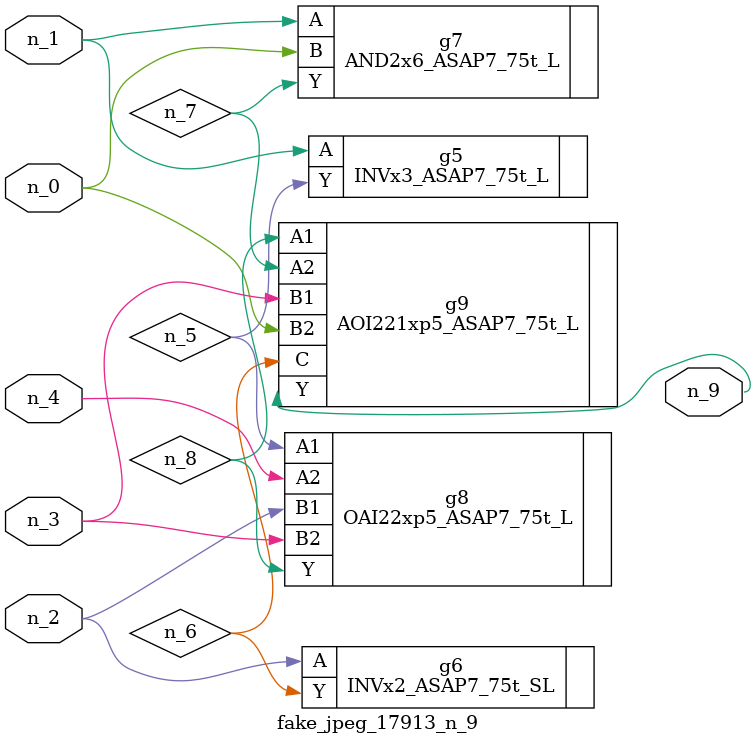
<source format=v>
module fake_jpeg_17913_n_9 (n_3, n_2, n_1, n_0, n_4, n_9);

input n_3;
input n_2;
input n_1;
input n_0;
input n_4;

output n_9;

wire n_8;
wire n_6;
wire n_5;
wire n_7;

INVx3_ASAP7_75t_L g5 ( 
.A(n_1),
.Y(n_5)
);

INVx2_ASAP7_75t_SL g6 ( 
.A(n_2),
.Y(n_6)
);

AND2x6_ASAP7_75t_L g7 ( 
.A(n_1),
.B(n_0),
.Y(n_7)
);

OAI22xp5_ASAP7_75t_L g8 ( 
.A1(n_5),
.A2(n_4),
.B1(n_2),
.B2(n_3),
.Y(n_8)
);

AOI221xp5_ASAP7_75t_L g9 ( 
.A1(n_8),
.A2(n_7),
.B1(n_3),
.B2(n_0),
.C(n_6),
.Y(n_9)
);


endmodule
</source>
